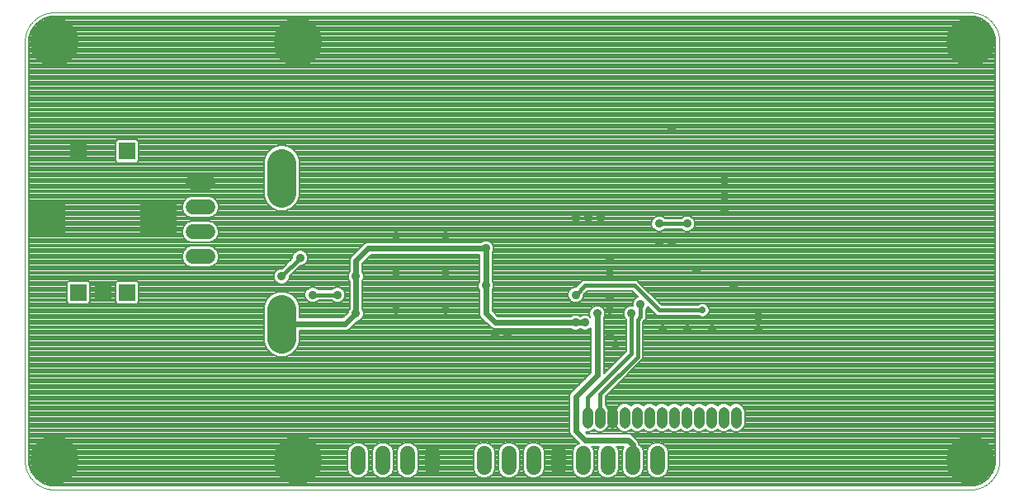
<source format=gbl>
G75*
%MOIN*%
%OFA0B0*%
%FSLAX25Y25*%
%IPPOS*%
%LPD*%
%AMOC8*
5,1,8,0,0,1.08239X$1,22.5*
%
%ADD10C,0.00394*%
%ADD11C,0.04362*%
%ADD12C,0.11811*%
%ADD13R,0.06693X0.06693*%
%ADD14R,0.14961X0.14961*%
%ADD15C,0.05937*%
%ADD16C,0.00787*%
%ADD17C,0.19685*%
%ADD18C,0.03562*%
%ADD19C,0.02400*%
%ADD20C,0.01600*%
%ADD21C,0.02775*%
D10*
X0027595Y0013833D02*
X0027595Y0183125D01*
X0027598Y0183410D01*
X0027609Y0183696D01*
X0027626Y0183981D01*
X0027650Y0184265D01*
X0027681Y0184549D01*
X0027719Y0184832D01*
X0027764Y0185113D01*
X0027815Y0185394D01*
X0027873Y0185674D01*
X0027938Y0185952D01*
X0028010Y0186228D01*
X0028088Y0186502D01*
X0028173Y0186775D01*
X0028265Y0187045D01*
X0028363Y0187313D01*
X0028467Y0187579D01*
X0028578Y0187842D01*
X0028695Y0188102D01*
X0028818Y0188360D01*
X0028948Y0188614D01*
X0029084Y0188865D01*
X0029225Y0189113D01*
X0029373Y0189357D01*
X0029526Y0189598D01*
X0029686Y0189834D01*
X0029851Y0190067D01*
X0030021Y0190296D01*
X0030197Y0190521D01*
X0030379Y0190741D01*
X0030565Y0190957D01*
X0030757Y0191168D01*
X0030954Y0191375D01*
X0031156Y0191577D01*
X0031363Y0191774D01*
X0031574Y0191966D01*
X0031790Y0192152D01*
X0032010Y0192334D01*
X0032235Y0192510D01*
X0032464Y0192680D01*
X0032697Y0192845D01*
X0032933Y0193005D01*
X0033174Y0193158D01*
X0033418Y0193306D01*
X0033666Y0193447D01*
X0033917Y0193583D01*
X0034171Y0193713D01*
X0034429Y0193836D01*
X0034689Y0193953D01*
X0034952Y0194064D01*
X0035218Y0194168D01*
X0035486Y0194266D01*
X0035756Y0194358D01*
X0036029Y0194443D01*
X0036303Y0194521D01*
X0036579Y0194593D01*
X0036857Y0194658D01*
X0037137Y0194716D01*
X0037418Y0194767D01*
X0037699Y0194812D01*
X0037982Y0194850D01*
X0038266Y0194881D01*
X0038550Y0194905D01*
X0038835Y0194922D01*
X0039121Y0194933D01*
X0039406Y0194936D01*
X0409485Y0194936D01*
X0409770Y0194933D01*
X0410056Y0194922D01*
X0410341Y0194905D01*
X0410625Y0194881D01*
X0410909Y0194850D01*
X0411192Y0194812D01*
X0411473Y0194767D01*
X0411754Y0194716D01*
X0412034Y0194658D01*
X0412312Y0194593D01*
X0412588Y0194521D01*
X0412862Y0194443D01*
X0413135Y0194358D01*
X0413405Y0194266D01*
X0413673Y0194168D01*
X0413939Y0194064D01*
X0414202Y0193953D01*
X0414462Y0193836D01*
X0414720Y0193713D01*
X0414974Y0193583D01*
X0415225Y0193447D01*
X0415473Y0193306D01*
X0415717Y0193158D01*
X0415958Y0193005D01*
X0416194Y0192845D01*
X0416427Y0192680D01*
X0416656Y0192510D01*
X0416881Y0192334D01*
X0417101Y0192152D01*
X0417317Y0191966D01*
X0417528Y0191774D01*
X0417735Y0191577D01*
X0417937Y0191375D01*
X0418134Y0191168D01*
X0418326Y0190957D01*
X0418512Y0190741D01*
X0418694Y0190521D01*
X0418870Y0190296D01*
X0419040Y0190067D01*
X0419205Y0189834D01*
X0419365Y0189598D01*
X0419518Y0189357D01*
X0419666Y0189113D01*
X0419807Y0188865D01*
X0419943Y0188614D01*
X0420073Y0188360D01*
X0420196Y0188102D01*
X0420313Y0187842D01*
X0420424Y0187579D01*
X0420528Y0187313D01*
X0420626Y0187045D01*
X0420718Y0186775D01*
X0420803Y0186502D01*
X0420881Y0186228D01*
X0420953Y0185952D01*
X0421018Y0185674D01*
X0421076Y0185394D01*
X0421127Y0185113D01*
X0421172Y0184832D01*
X0421210Y0184549D01*
X0421241Y0184265D01*
X0421265Y0183981D01*
X0421282Y0183696D01*
X0421293Y0183410D01*
X0421296Y0183125D01*
X0421296Y0013833D01*
X0421293Y0013548D01*
X0421282Y0013262D01*
X0421265Y0012977D01*
X0421241Y0012693D01*
X0421210Y0012409D01*
X0421172Y0012126D01*
X0421127Y0011845D01*
X0421076Y0011564D01*
X0421018Y0011284D01*
X0420953Y0011006D01*
X0420881Y0010730D01*
X0420803Y0010456D01*
X0420718Y0010183D01*
X0420626Y0009913D01*
X0420528Y0009645D01*
X0420424Y0009379D01*
X0420313Y0009116D01*
X0420196Y0008856D01*
X0420073Y0008598D01*
X0419943Y0008344D01*
X0419807Y0008093D01*
X0419666Y0007845D01*
X0419518Y0007601D01*
X0419365Y0007360D01*
X0419205Y0007124D01*
X0419040Y0006891D01*
X0418870Y0006662D01*
X0418694Y0006437D01*
X0418512Y0006217D01*
X0418326Y0006001D01*
X0418134Y0005790D01*
X0417937Y0005583D01*
X0417735Y0005381D01*
X0417528Y0005184D01*
X0417317Y0004992D01*
X0417101Y0004806D01*
X0416881Y0004624D01*
X0416656Y0004448D01*
X0416427Y0004278D01*
X0416194Y0004113D01*
X0415958Y0003953D01*
X0415717Y0003800D01*
X0415473Y0003652D01*
X0415225Y0003511D01*
X0414974Y0003375D01*
X0414720Y0003245D01*
X0414462Y0003122D01*
X0414202Y0003005D01*
X0413939Y0002894D01*
X0413673Y0002790D01*
X0413405Y0002692D01*
X0413135Y0002600D01*
X0412862Y0002515D01*
X0412588Y0002437D01*
X0412312Y0002365D01*
X0412034Y0002300D01*
X0411754Y0002242D01*
X0411473Y0002191D01*
X0411192Y0002146D01*
X0410909Y0002108D01*
X0410625Y0002077D01*
X0410341Y0002053D01*
X0410056Y0002036D01*
X0409770Y0002025D01*
X0409485Y0002022D01*
X0039406Y0002022D01*
X0039121Y0002025D01*
X0038835Y0002036D01*
X0038550Y0002053D01*
X0038266Y0002077D01*
X0037982Y0002108D01*
X0037699Y0002146D01*
X0037418Y0002191D01*
X0037137Y0002242D01*
X0036857Y0002300D01*
X0036579Y0002365D01*
X0036303Y0002437D01*
X0036029Y0002515D01*
X0035756Y0002600D01*
X0035486Y0002692D01*
X0035218Y0002790D01*
X0034952Y0002894D01*
X0034689Y0003005D01*
X0034429Y0003122D01*
X0034171Y0003245D01*
X0033917Y0003375D01*
X0033666Y0003511D01*
X0033418Y0003652D01*
X0033174Y0003800D01*
X0032933Y0003953D01*
X0032697Y0004113D01*
X0032464Y0004278D01*
X0032235Y0004448D01*
X0032010Y0004624D01*
X0031790Y0004806D01*
X0031574Y0004992D01*
X0031363Y0005184D01*
X0031156Y0005381D01*
X0030954Y0005583D01*
X0030757Y0005790D01*
X0030565Y0006001D01*
X0030379Y0006217D01*
X0030197Y0006437D01*
X0030021Y0006662D01*
X0029851Y0006891D01*
X0029686Y0007124D01*
X0029526Y0007360D01*
X0029373Y0007601D01*
X0029225Y0007845D01*
X0029084Y0008093D01*
X0028948Y0008344D01*
X0028818Y0008598D01*
X0028695Y0008856D01*
X0028578Y0009116D01*
X0028467Y0009379D01*
X0028363Y0009645D01*
X0028265Y0009913D01*
X0028173Y0010183D01*
X0028088Y0010456D01*
X0028010Y0010730D01*
X0027938Y0011006D01*
X0027873Y0011284D01*
X0027815Y0011564D01*
X0027764Y0011845D01*
X0027719Y0012126D01*
X0027681Y0012409D01*
X0027650Y0012693D01*
X0027626Y0012977D01*
X0027609Y0013262D01*
X0027598Y0013548D01*
X0027595Y0013833D01*
D11*
X0254879Y0028975D02*
X0254879Y0033337D01*
X0259879Y0033337D02*
X0259879Y0028975D01*
X0264879Y0028975D02*
X0264879Y0033337D01*
X0269879Y0033337D02*
X0269879Y0028975D01*
X0274879Y0028975D02*
X0274879Y0033337D01*
X0279879Y0033337D02*
X0279879Y0028975D01*
X0284879Y0028975D02*
X0284879Y0033337D01*
X0289879Y0033337D02*
X0289879Y0028975D01*
X0294879Y0028975D02*
X0294879Y0033337D01*
X0299879Y0033337D02*
X0299879Y0028975D01*
X0304879Y0028975D02*
X0304879Y0033337D01*
X0309879Y0033337D02*
X0309879Y0028975D01*
X0314879Y0028975D02*
X0314879Y0033337D01*
D12*
X0131335Y0063046D02*
X0131335Y0074857D01*
X0131335Y0122101D02*
X0131335Y0133912D01*
D13*
X0068934Y0138833D03*
X0049249Y0138833D03*
X0049249Y0081747D03*
X0059091Y0081747D03*
X0068934Y0081747D03*
D14*
X0081532Y0111274D03*
X0036650Y0111274D03*
D15*
X0095493Y0106274D02*
X0101430Y0106274D01*
X0101430Y0096274D02*
X0095493Y0096274D01*
X0095493Y0116274D02*
X0101430Y0116274D01*
X0101430Y0126274D02*
X0095493Y0126274D01*
X0162201Y0016802D02*
X0162201Y0010865D01*
X0172201Y0010865D02*
X0172201Y0016802D01*
X0182201Y0016802D02*
X0182201Y0010865D01*
X0192201Y0010865D02*
X0192201Y0016802D01*
X0213068Y0016802D02*
X0213068Y0010865D01*
X0223068Y0010865D02*
X0223068Y0016802D01*
X0233068Y0016802D02*
X0233068Y0010865D01*
X0243068Y0010865D02*
X0243068Y0016802D01*
X0253068Y0016802D02*
X0253068Y0010865D01*
X0263068Y0010865D02*
X0263068Y0016802D01*
X0273068Y0016802D02*
X0273068Y0010865D01*
X0283068Y0010865D02*
X0283068Y0016802D01*
D16*
X0287058Y0018526D02*
X0419705Y0018526D01*
X0419705Y0017741D02*
X0287383Y0017741D01*
X0287414Y0017666D02*
X0286752Y0019264D01*
X0285530Y0020487D01*
X0283932Y0021148D01*
X0282203Y0021148D01*
X0280606Y0020487D01*
X0279383Y0019264D01*
X0278721Y0017666D01*
X0278721Y0010000D01*
X0279383Y0008403D01*
X0280606Y0007180D01*
X0282203Y0006518D01*
X0283932Y0006518D01*
X0285530Y0007180D01*
X0286752Y0008403D01*
X0287414Y0010000D01*
X0287414Y0017666D01*
X0287414Y0016955D02*
X0419705Y0016955D01*
X0419705Y0016169D02*
X0287414Y0016169D01*
X0287414Y0015383D02*
X0419705Y0015383D01*
X0419705Y0014597D02*
X0287414Y0014597D01*
X0287414Y0013811D02*
X0419704Y0013811D01*
X0419705Y0013833D02*
X0419580Y0012234D01*
X0418591Y0009193D01*
X0416712Y0006606D01*
X0414125Y0004727D01*
X0411084Y0003739D01*
X0409485Y0003613D01*
X0039406Y0003613D01*
X0037807Y0003739D01*
X0034766Y0004727D01*
X0032179Y0006606D01*
X0030300Y0009193D01*
X0029312Y0012234D01*
X0029186Y0013833D01*
X0029186Y0183125D01*
X0029312Y0184723D01*
X0030300Y0187765D01*
X0032179Y0190352D01*
X0034766Y0192231D01*
X0037807Y0193219D01*
X0039406Y0193345D01*
X0409485Y0193345D01*
X0411084Y0193219D01*
X0414125Y0192231D01*
X0416712Y0190352D01*
X0418591Y0187765D01*
X0419580Y0184723D01*
X0419705Y0183125D01*
X0419705Y0013833D01*
X0419642Y0013025D02*
X0287414Y0013025D01*
X0287414Y0012239D02*
X0419580Y0012239D01*
X0419326Y0011453D02*
X0287414Y0011453D01*
X0287414Y0010667D02*
X0419070Y0010667D01*
X0418815Y0009881D02*
X0287365Y0009881D01*
X0287039Y0009096D02*
X0418520Y0009096D01*
X0417949Y0008310D02*
X0286659Y0008310D01*
X0285873Y0007524D02*
X0417378Y0007524D01*
X0416807Y0006738D02*
X0284462Y0006738D01*
X0281673Y0006738D02*
X0274462Y0006738D01*
X0273932Y0006518D02*
X0275530Y0007180D01*
X0276752Y0008403D01*
X0277414Y0010000D01*
X0277414Y0017666D01*
X0276752Y0019264D01*
X0275646Y0020371D01*
X0275646Y0020813D01*
X0275253Y0021760D01*
X0273531Y0023483D01*
X0272805Y0024208D01*
X0271858Y0024600D01*
X0254913Y0024600D01*
X0254045Y0025468D01*
X0254171Y0025416D01*
X0255587Y0025416D01*
X0256895Y0025958D01*
X0257379Y0026442D01*
X0257863Y0025958D01*
X0259171Y0025416D01*
X0260587Y0025416D01*
X0261895Y0025958D01*
X0262896Y0026959D01*
X0263438Y0028267D01*
X0263438Y0034045D01*
X0262896Y0035353D01*
X0262057Y0036193D01*
X0262057Y0039654D01*
X0277273Y0054870D01*
X0277273Y0069870D01*
X0278523Y0071120D01*
X0278523Y0074733D01*
X0279023Y0075233D01*
X0279325Y0075962D01*
X0282943Y0072344D01*
X0299612Y0072344D01*
X0299779Y0072178D01*
X0300795Y0071757D01*
X0301895Y0071757D01*
X0302912Y0072178D01*
X0303689Y0072956D01*
X0304110Y0073972D01*
X0304110Y0075072D01*
X0303689Y0076089D01*
X0302912Y0076867D01*
X0301895Y0077288D01*
X0300795Y0077288D01*
X0299779Y0076867D01*
X0299612Y0076700D01*
X0284747Y0076700D01*
X0276023Y0085424D01*
X0274747Y0086700D01*
X0252943Y0086700D01*
X0250174Y0083931D01*
X0249467Y0083931D01*
X0248306Y0083450D01*
X0247417Y0082562D01*
X0246936Y0081401D01*
X0246936Y0080144D01*
X0247417Y0078983D01*
X0248306Y0078094D01*
X0249467Y0077613D01*
X0250724Y0077613D01*
X0251885Y0078094D01*
X0252773Y0078983D01*
X0253254Y0080144D01*
X0253254Y0080851D01*
X0254747Y0082344D01*
X0272943Y0082344D01*
X0275285Y0080002D01*
X0274556Y0079700D01*
X0273667Y0078812D01*
X0273186Y0077651D01*
X0273186Y0076431D01*
X0271967Y0076431D01*
X0270806Y0075950D01*
X0269917Y0075062D01*
X0269436Y0073901D01*
X0269436Y0072644D01*
X0269917Y0071483D01*
X0270417Y0070983D01*
X0270417Y0057924D01*
X0261423Y0048930D01*
X0261423Y0071383D01*
X0261523Y0071483D01*
X0262004Y0072644D01*
X0262004Y0073901D01*
X0261523Y0075062D01*
X0260635Y0075950D01*
X0259474Y0076431D01*
X0258217Y0076431D01*
X0257056Y0075950D01*
X0256167Y0075062D01*
X0255686Y0073901D01*
X0255686Y0072644D01*
X0256036Y0071799D01*
X0255635Y0072200D01*
X0254474Y0072681D01*
X0253217Y0072681D01*
X0252056Y0072200D01*
X0251970Y0072115D01*
X0251885Y0072200D01*
X0250724Y0072681D01*
X0249467Y0072681D01*
X0248306Y0072200D01*
X0248205Y0072100D01*
X0218663Y0072100D01*
X0216423Y0074340D01*
X0216423Y0082633D01*
X0216523Y0082733D01*
X0217004Y0083894D01*
X0217004Y0085151D01*
X0216523Y0086312D01*
X0216423Y0086412D01*
X0216423Y0097633D01*
X0216523Y0097733D01*
X0217004Y0098894D01*
X0217004Y0100151D01*
X0216523Y0101312D01*
X0215635Y0102200D01*
X0214474Y0102681D01*
X0213217Y0102681D01*
X0212056Y0102200D01*
X0211955Y0102100D01*
X0165832Y0102100D01*
X0164885Y0101708D01*
X0164160Y0100983D01*
X0159160Y0095983D01*
X0158767Y0095035D01*
X0158767Y0090162D01*
X0158667Y0090062D01*
X0158186Y0088901D01*
X0158186Y0087644D01*
X0158667Y0086483D01*
X0158767Y0086383D01*
X0158767Y0075162D01*
X0158667Y0075062D01*
X0158186Y0073901D01*
X0158186Y0073759D01*
X0155956Y0071529D01*
X0138619Y0071529D01*
X0138619Y0076306D01*
X0137510Y0078983D01*
X0135461Y0081032D01*
X0132784Y0082140D01*
X0129887Y0082140D01*
X0127210Y0081032D01*
X0125161Y0078983D01*
X0124052Y0076306D01*
X0124052Y0061597D01*
X0125161Y0058920D01*
X0127210Y0056871D01*
X0129887Y0055762D01*
X0132784Y0055762D01*
X0135461Y0056871D01*
X0137510Y0058920D01*
X0138619Y0061597D01*
X0138619Y0066373D01*
X0157537Y0066373D01*
X0158485Y0066766D01*
X0161832Y0070113D01*
X0161974Y0070113D01*
X0163135Y0070594D01*
X0164023Y0071483D01*
X0164504Y0072644D01*
X0164504Y0073901D01*
X0164023Y0075062D01*
X0163923Y0075162D01*
X0163923Y0086383D01*
X0164023Y0086483D01*
X0164504Y0087644D01*
X0164504Y0088901D01*
X0164023Y0090062D01*
X0163923Y0090162D01*
X0163923Y0093454D01*
X0167413Y0096944D01*
X0211267Y0096944D01*
X0211267Y0086412D01*
X0211167Y0086312D01*
X0210686Y0085151D01*
X0210686Y0083894D01*
X0211167Y0082733D01*
X0211267Y0082633D01*
X0211267Y0072760D01*
X0211660Y0071812D01*
X0215410Y0068062D01*
X0216135Y0067337D01*
X0217082Y0066944D01*
X0248205Y0066944D01*
X0248306Y0066844D01*
X0249467Y0066363D01*
X0250724Y0066363D01*
X0251885Y0066844D01*
X0251970Y0066930D01*
X0252056Y0066844D01*
X0253217Y0066363D01*
X0254474Y0066363D01*
X0255635Y0066844D01*
X0256267Y0067477D01*
X0256267Y0049340D01*
X0247910Y0040983D01*
X0247517Y0040035D01*
X0247517Y0025260D01*
X0247910Y0024312D01*
X0248635Y0023587D01*
X0251404Y0020817D01*
X0250606Y0020487D01*
X0249383Y0019264D01*
X0248721Y0017666D01*
X0248721Y0010000D01*
X0249383Y0008403D01*
X0250606Y0007180D01*
X0252203Y0006518D01*
X0253932Y0006518D01*
X0255530Y0007180D01*
X0256752Y0008403D01*
X0257414Y0010000D01*
X0257414Y0017666D01*
X0256752Y0019264D01*
X0256572Y0019444D01*
X0259563Y0019444D01*
X0259383Y0019264D01*
X0258721Y0017666D01*
X0258721Y0010000D01*
X0259383Y0008403D01*
X0260606Y0007180D01*
X0262203Y0006518D01*
X0263932Y0006518D01*
X0265530Y0007180D01*
X0266752Y0008403D01*
X0267414Y0010000D01*
X0267414Y0017666D01*
X0266752Y0019264D01*
X0266572Y0019444D01*
X0269563Y0019444D01*
X0269383Y0019264D01*
X0268721Y0017666D01*
X0268721Y0010000D01*
X0269383Y0008403D01*
X0270606Y0007180D01*
X0272203Y0006518D01*
X0273932Y0006518D01*
X0275873Y0007524D02*
X0280262Y0007524D01*
X0279476Y0008310D02*
X0276659Y0008310D01*
X0277039Y0009096D02*
X0279096Y0009096D01*
X0278770Y0009881D02*
X0277365Y0009881D01*
X0277414Y0010667D02*
X0278721Y0010667D01*
X0278721Y0011453D02*
X0277414Y0011453D01*
X0277414Y0012239D02*
X0278721Y0012239D01*
X0278721Y0013025D02*
X0277414Y0013025D01*
X0277414Y0013811D02*
X0278721Y0013811D01*
X0278721Y0014597D02*
X0277414Y0014597D01*
X0277414Y0015383D02*
X0278721Y0015383D01*
X0278721Y0016169D02*
X0277414Y0016169D01*
X0277414Y0016955D02*
X0278721Y0016955D01*
X0278752Y0017741D02*
X0277383Y0017741D01*
X0277058Y0018526D02*
X0279077Y0018526D01*
X0279431Y0019312D02*
X0276704Y0019312D01*
X0275918Y0020098D02*
X0280217Y0020098D01*
X0281566Y0020884D02*
X0275616Y0020884D01*
X0275290Y0021670D02*
X0419705Y0021670D01*
X0419705Y0020884D02*
X0284570Y0020884D01*
X0285918Y0020098D02*
X0419705Y0020098D01*
X0419705Y0019312D02*
X0286704Y0019312D01*
X0285587Y0025416D02*
X0284171Y0025416D01*
X0282863Y0025958D01*
X0282379Y0026442D01*
X0281895Y0025958D01*
X0280587Y0025416D01*
X0279171Y0025416D01*
X0277863Y0025958D01*
X0277379Y0026442D01*
X0276895Y0025958D01*
X0275587Y0025416D01*
X0274171Y0025416D01*
X0272863Y0025958D01*
X0272379Y0026442D01*
X0271895Y0025958D01*
X0270587Y0025416D01*
X0269171Y0025416D01*
X0267863Y0025958D01*
X0266861Y0026959D01*
X0266320Y0028267D01*
X0266320Y0034045D01*
X0266861Y0035353D01*
X0267863Y0036354D01*
X0269171Y0036896D01*
X0270587Y0036896D01*
X0271895Y0036354D01*
X0272379Y0035871D01*
X0272863Y0036354D01*
X0274171Y0036896D01*
X0275587Y0036896D01*
X0276895Y0036354D01*
X0277379Y0035871D01*
X0277863Y0036354D01*
X0279171Y0036896D01*
X0280587Y0036896D01*
X0281895Y0036354D01*
X0282379Y0035871D01*
X0282863Y0036354D01*
X0284171Y0036896D01*
X0285587Y0036896D01*
X0286895Y0036354D01*
X0287379Y0035871D01*
X0287863Y0036354D01*
X0289171Y0036896D01*
X0290587Y0036896D01*
X0291895Y0036354D01*
X0292379Y0035871D01*
X0292863Y0036354D01*
X0294171Y0036896D01*
X0295587Y0036896D01*
X0296895Y0036354D01*
X0297379Y0035871D01*
X0297863Y0036354D01*
X0299171Y0036896D01*
X0300587Y0036896D01*
X0301895Y0036354D01*
X0302379Y0035871D01*
X0302863Y0036354D01*
X0304171Y0036896D01*
X0305587Y0036896D01*
X0306895Y0036354D01*
X0307379Y0035871D01*
X0307863Y0036354D01*
X0309171Y0036896D01*
X0310587Y0036896D01*
X0311895Y0036354D01*
X0312379Y0035871D01*
X0312863Y0036354D01*
X0314171Y0036896D01*
X0315587Y0036896D01*
X0316895Y0036354D01*
X0317896Y0035353D01*
X0318438Y0034045D01*
X0318438Y0028267D01*
X0317896Y0026959D01*
X0316895Y0025958D01*
X0315587Y0025416D01*
X0314171Y0025416D01*
X0312863Y0025958D01*
X0312379Y0026442D01*
X0311895Y0025958D01*
X0310587Y0025416D01*
X0309171Y0025416D01*
X0307863Y0025958D01*
X0307379Y0026442D01*
X0306895Y0025958D01*
X0305587Y0025416D01*
X0304171Y0025416D01*
X0302863Y0025958D01*
X0302379Y0026442D01*
X0301895Y0025958D01*
X0300587Y0025416D01*
X0299171Y0025416D01*
X0297863Y0025958D01*
X0297379Y0026442D01*
X0296895Y0025958D01*
X0295587Y0025416D01*
X0294171Y0025416D01*
X0292863Y0025958D01*
X0292379Y0026442D01*
X0291895Y0025958D01*
X0290587Y0025416D01*
X0289171Y0025416D01*
X0287863Y0025958D01*
X0287379Y0026442D01*
X0286895Y0025958D01*
X0285587Y0025416D01*
X0286030Y0025600D02*
X0288727Y0025600D01*
X0287435Y0026386D02*
X0287322Y0026386D01*
X0283727Y0025600D02*
X0281030Y0025600D01*
X0282322Y0026386D02*
X0282435Y0026386D01*
X0278727Y0025600D02*
X0276030Y0025600D01*
X0277322Y0026386D02*
X0277435Y0026386D01*
X0273727Y0025600D02*
X0271030Y0025600D01*
X0272322Y0026386D02*
X0272435Y0026386D01*
X0272985Y0024028D02*
X0419705Y0024028D01*
X0419705Y0024814D02*
X0254699Y0024814D01*
X0256030Y0025600D02*
X0258727Y0025600D01*
X0257435Y0026386D02*
X0257322Y0026386D01*
X0261030Y0025600D02*
X0268727Y0025600D01*
X0267435Y0026386D02*
X0262322Y0026386D01*
X0262984Y0027172D02*
X0266773Y0027172D01*
X0266448Y0027957D02*
X0263309Y0027957D01*
X0263438Y0028743D02*
X0266320Y0028743D01*
X0266320Y0029529D02*
X0263438Y0029529D01*
X0263438Y0030315D02*
X0266320Y0030315D01*
X0266320Y0031101D02*
X0263438Y0031101D01*
X0263438Y0031887D02*
X0266320Y0031887D01*
X0266320Y0032673D02*
X0263438Y0032673D01*
X0263438Y0033459D02*
X0266320Y0033459D01*
X0266402Y0034245D02*
X0263355Y0034245D01*
X0263029Y0035031D02*
X0266728Y0035031D01*
X0267325Y0035817D02*
X0262433Y0035817D01*
X0262057Y0036602D02*
X0268461Y0036602D01*
X0271296Y0036602D02*
X0273461Y0036602D01*
X0276296Y0036602D02*
X0278461Y0036602D01*
X0281296Y0036602D02*
X0283461Y0036602D01*
X0286296Y0036602D02*
X0288461Y0036602D01*
X0291296Y0036602D02*
X0293461Y0036602D01*
X0296296Y0036602D02*
X0298461Y0036602D01*
X0301296Y0036602D02*
X0303461Y0036602D01*
X0306296Y0036602D02*
X0308461Y0036602D01*
X0311296Y0036602D02*
X0313461Y0036602D01*
X0316296Y0036602D02*
X0419705Y0036602D01*
X0419705Y0035817D02*
X0317433Y0035817D01*
X0318029Y0035031D02*
X0419705Y0035031D01*
X0419705Y0034245D02*
X0318355Y0034245D01*
X0318438Y0033459D02*
X0419705Y0033459D01*
X0419705Y0032673D02*
X0318438Y0032673D01*
X0318438Y0031887D02*
X0419705Y0031887D01*
X0419705Y0031101D02*
X0318438Y0031101D01*
X0318438Y0030315D02*
X0419705Y0030315D01*
X0419705Y0029529D02*
X0318438Y0029529D01*
X0318438Y0028743D02*
X0419705Y0028743D01*
X0419705Y0027957D02*
X0318309Y0027957D01*
X0317984Y0027172D02*
X0419705Y0027172D01*
X0419705Y0026386D02*
X0317322Y0026386D01*
X0316030Y0025600D02*
X0419705Y0025600D01*
X0419705Y0023242D02*
X0273771Y0023242D01*
X0274557Y0022456D02*
X0419705Y0022456D01*
X0419705Y0037388D02*
X0262057Y0037388D01*
X0262057Y0038174D02*
X0419705Y0038174D01*
X0419705Y0038960D02*
X0262057Y0038960D01*
X0262149Y0039746D02*
X0419705Y0039746D01*
X0419705Y0040532D02*
X0262935Y0040532D01*
X0263721Y0041318D02*
X0419705Y0041318D01*
X0419705Y0042104D02*
X0264507Y0042104D01*
X0265293Y0042890D02*
X0419705Y0042890D01*
X0419705Y0043676D02*
X0266079Y0043676D01*
X0266865Y0044462D02*
X0419705Y0044462D01*
X0419705Y0045248D02*
X0267650Y0045248D01*
X0268436Y0046033D02*
X0419705Y0046033D01*
X0419705Y0046819D02*
X0269222Y0046819D01*
X0270008Y0047605D02*
X0419705Y0047605D01*
X0419705Y0048391D02*
X0270794Y0048391D01*
X0271580Y0049177D02*
X0419705Y0049177D01*
X0419705Y0049963D02*
X0272366Y0049963D01*
X0273152Y0050749D02*
X0419705Y0050749D01*
X0419705Y0051535D02*
X0273938Y0051535D01*
X0274724Y0052321D02*
X0419705Y0052321D01*
X0419705Y0053107D02*
X0275510Y0053107D01*
X0276295Y0053893D02*
X0419705Y0053893D01*
X0419705Y0054678D02*
X0277081Y0054678D01*
X0277273Y0055464D02*
X0419705Y0055464D01*
X0419705Y0056250D02*
X0277273Y0056250D01*
X0277273Y0057036D02*
X0419705Y0057036D01*
X0419705Y0057822D02*
X0277273Y0057822D01*
X0277273Y0058608D02*
X0419705Y0058608D01*
X0419705Y0059394D02*
X0277273Y0059394D01*
X0277273Y0060180D02*
X0419705Y0060180D01*
X0419705Y0060966D02*
X0277273Y0060966D01*
X0277273Y0061752D02*
X0419705Y0061752D01*
X0419705Y0062538D02*
X0277273Y0062538D01*
X0277273Y0063324D02*
X0419705Y0063324D01*
X0419705Y0064109D02*
X0277273Y0064109D01*
X0277273Y0064895D02*
X0419705Y0064895D01*
X0419705Y0065681D02*
X0277273Y0065681D01*
X0277273Y0066467D02*
X0419705Y0066467D01*
X0419705Y0067253D02*
X0277273Y0067253D01*
X0277273Y0068039D02*
X0419705Y0068039D01*
X0419705Y0068825D02*
X0277273Y0068825D01*
X0277273Y0069611D02*
X0419705Y0069611D01*
X0419705Y0070397D02*
X0277800Y0070397D01*
X0278523Y0071183D02*
X0419705Y0071183D01*
X0419705Y0071969D02*
X0302406Y0071969D01*
X0303488Y0072754D02*
X0419705Y0072754D01*
X0419705Y0073540D02*
X0303932Y0073540D01*
X0304110Y0074326D02*
X0419705Y0074326D01*
X0419705Y0075112D02*
X0304094Y0075112D01*
X0303768Y0075898D02*
X0419705Y0075898D01*
X0419705Y0076684D02*
X0303094Y0076684D01*
X0300284Y0071969D02*
X0278523Y0071969D01*
X0278523Y0072754D02*
X0282533Y0072754D01*
X0281747Y0073540D02*
X0278523Y0073540D01*
X0278523Y0074326D02*
X0280961Y0074326D01*
X0280175Y0075112D02*
X0278903Y0075112D01*
X0279299Y0075898D02*
X0279389Y0075898D01*
X0282406Y0079042D02*
X0419705Y0079042D01*
X0419705Y0079828D02*
X0281620Y0079828D01*
X0280834Y0080614D02*
X0419705Y0080614D01*
X0419705Y0081400D02*
X0280048Y0081400D01*
X0279262Y0082185D02*
X0419705Y0082185D01*
X0419705Y0082971D02*
X0278476Y0082971D01*
X0277690Y0083757D02*
X0419705Y0083757D01*
X0419705Y0084543D02*
X0276904Y0084543D01*
X0276118Y0085329D02*
X0419705Y0085329D01*
X0419705Y0086115D02*
X0275333Y0086115D01*
X0273102Y0082185D02*
X0254588Y0082185D01*
X0253802Y0081400D02*
X0273888Y0081400D01*
X0274674Y0080614D02*
X0253254Y0080614D01*
X0253123Y0079828D02*
X0274863Y0079828D01*
X0273897Y0079042D02*
X0252798Y0079042D01*
X0252046Y0078256D02*
X0273437Y0078256D01*
X0273186Y0077470D02*
X0216423Y0077470D01*
X0216423Y0078256D02*
X0248144Y0078256D01*
X0247393Y0079042D02*
X0216423Y0079042D01*
X0216423Y0079828D02*
X0247067Y0079828D01*
X0246936Y0080614D02*
X0216423Y0080614D01*
X0216423Y0081400D02*
X0246936Y0081400D01*
X0247261Y0082185D02*
X0216423Y0082185D01*
X0216622Y0082971D02*
X0247827Y0082971D01*
X0249046Y0083757D02*
X0216948Y0083757D01*
X0217004Y0084543D02*
X0250786Y0084543D01*
X0251572Y0085329D02*
X0216930Y0085329D01*
X0216605Y0086115D02*
X0252358Y0086115D01*
X0257003Y0075898D02*
X0216423Y0075898D01*
X0216423Y0075112D02*
X0256217Y0075112D01*
X0255862Y0074326D02*
X0216437Y0074326D01*
X0217223Y0073540D02*
X0255686Y0073540D01*
X0255686Y0072754D02*
X0218009Y0072754D01*
X0213861Y0069611D02*
X0161329Y0069611D01*
X0160544Y0068825D02*
X0214647Y0068825D01*
X0215433Y0068039D02*
X0159758Y0068039D01*
X0158972Y0067253D02*
X0216337Y0067253D01*
X0213075Y0070397D02*
X0162658Y0070397D01*
X0163723Y0071183D02*
X0212289Y0071183D01*
X0211595Y0071969D02*
X0164224Y0071969D01*
X0164504Y0072754D02*
X0211269Y0072754D01*
X0211267Y0073540D02*
X0164504Y0073540D01*
X0164328Y0074326D02*
X0211267Y0074326D01*
X0211267Y0075112D02*
X0163973Y0075112D01*
X0163923Y0075898D02*
X0211267Y0075898D01*
X0211267Y0076684D02*
X0163923Y0076684D01*
X0163923Y0077470D02*
X0211267Y0077470D01*
X0211267Y0078256D02*
X0163923Y0078256D01*
X0163923Y0079042D02*
X0211267Y0079042D01*
X0211267Y0079828D02*
X0163923Y0079828D01*
X0163923Y0080614D02*
X0211267Y0080614D01*
X0211267Y0081400D02*
X0163923Y0081400D01*
X0163923Y0082185D02*
X0211267Y0082185D01*
X0211068Y0082971D02*
X0163923Y0082971D01*
X0163923Y0083757D02*
X0210743Y0083757D01*
X0210686Y0084543D02*
X0163923Y0084543D01*
X0163923Y0085329D02*
X0210760Y0085329D01*
X0211086Y0086115D02*
X0163923Y0086115D01*
X0164196Y0086901D02*
X0211267Y0086901D01*
X0211267Y0087687D02*
X0164504Y0087687D01*
X0164504Y0088473D02*
X0211267Y0088473D01*
X0211267Y0089259D02*
X0164356Y0089259D01*
X0164030Y0090045D02*
X0211267Y0090045D01*
X0211267Y0090830D02*
X0163923Y0090830D01*
X0163923Y0091616D02*
X0211267Y0091616D01*
X0211267Y0092402D02*
X0163923Y0092402D01*
X0163923Y0093188D02*
X0211267Y0093188D01*
X0211267Y0093974D02*
X0164443Y0093974D01*
X0165229Y0094760D02*
X0211267Y0094760D01*
X0211267Y0095546D02*
X0166015Y0095546D01*
X0166800Y0096332D02*
X0211267Y0096332D01*
X0216423Y0096332D02*
X0419705Y0096332D01*
X0419705Y0097118D02*
X0216423Y0097118D01*
X0216594Y0097904D02*
X0419705Y0097904D01*
X0419705Y0098690D02*
X0216920Y0098690D01*
X0217004Y0099476D02*
X0419705Y0099476D01*
X0419705Y0100261D02*
X0216958Y0100261D01*
X0216633Y0101047D02*
X0419705Y0101047D01*
X0419705Y0101833D02*
X0216002Y0101833D01*
X0214624Y0102619D02*
X0419705Y0102619D01*
X0419705Y0103405D02*
X0104707Y0103405D01*
X0105115Y0103812D02*
X0105776Y0105410D01*
X0105776Y0107139D01*
X0105115Y0108736D01*
X0103892Y0109959D01*
X0102294Y0110621D01*
X0094628Y0110621D01*
X0093031Y0109959D01*
X0091808Y0108736D01*
X0091146Y0107139D01*
X0091146Y0105410D01*
X0091808Y0103812D01*
X0093031Y0102590D01*
X0094628Y0101928D01*
X0102294Y0101928D01*
X0103892Y0102590D01*
X0105115Y0103812D01*
X0105271Y0104191D02*
X0419705Y0104191D01*
X0419705Y0104977D02*
X0105597Y0104977D01*
X0105776Y0105763D02*
X0419705Y0105763D01*
X0419705Y0106549D02*
X0296171Y0106549D01*
X0295724Y0106363D02*
X0296885Y0106844D01*
X0297773Y0107733D01*
X0298254Y0108894D01*
X0298254Y0110151D01*
X0297773Y0111312D01*
X0296885Y0112200D01*
X0295724Y0112681D01*
X0294467Y0112681D01*
X0293306Y0112200D01*
X0292806Y0111700D01*
X0286135Y0111700D01*
X0285635Y0112200D01*
X0284474Y0112681D01*
X0283217Y0112681D01*
X0282056Y0112200D01*
X0281167Y0111312D01*
X0280686Y0110151D01*
X0280686Y0108894D01*
X0281167Y0107733D01*
X0282056Y0106844D01*
X0283217Y0106363D01*
X0284474Y0106363D01*
X0285635Y0106844D01*
X0286135Y0107344D01*
X0292806Y0107344D01*
X0293306Y0106844D01*
X0294467Y0106363D01*
X0295724Y0106363D01*
X0294019Y0106549D02*
X0284921Y0106549D01*
X0286125Y0107335D02*
X0292815Y0107335D01*
X0297375Y0107335D02*
X0419705Y0107335D01*
X0419705Y0108121D02*
X0297934Y0108121D01*
X0298254Y0108906D02*
X0419705Y0108906D01*
X0419705Y0109692D02*
X0298254Y0109692D01*
X0298118Y0110478D02*
X0419705Y0110478D01*
X0419705Y0111264D02*
X0297793Y0111264D01*
X0297035Y0112050D02*
X0419705Y0112050D01*
X0419705Y0112836D02*
X0104138Y0112836D01*
X0103892Y0112590D02*
X0105115Y0113812D01*
X0105776Y0115410D01*
X0105776Y0117139D01*
X0105115Y0118736D01*
X0103892Y0119959D01*
X0102294Y0120621D01*
X0094628Y0120621D01*
X0093031Y0119959D01*
X0091808Y0118736D01*
X0091146Y0117139D01*
X0091146Y0115410D01*
X0091808Y0113812D01*
X0093031Y0112590D01*
X0094628Y0111928D01*
X0102294Y0111928D01*
X0103892Y0112590D01*
X0102590Y0112050D02*
X0281905Y0112050D01*
X0281147Y0111264D02*
X0029186Y0111264D01*
X0029186Y0110478D02*
X0094284Y0110478D01*
X0094333Y0112050D02*
X0029186Y0112050D01*
X0029186Y0112836D02*
X0092784Y0112836D01*
X0091998Y0113622D02*
X0029186Y0113622D01*
X0029186Y0114408D02*
X0091561Y0114408D01*
X0091236Y0115194D02*
X0029186Y0115194D01*
X0029186Y0115980D02*
X0091146Y0115980D01*
X0091146Y0116766D02*
X0029186Y0116766D01*
X0029186Y0117552D02*
X0091317Y0117552D01*
X0091643Y0118337D02*
X0029186Y0118337D01*
X0029186Y0119123D02*
X0092195Y0119123D01*
X0092981Y0119909D02*
X0029186Y0119909D01*
X0029186Y0120695D02*
X0124052Y0120695D01*
X0124052Y0120652D02*
X0125161Y0117975D01*
X0127210Y0115926D01*
X0129887Y0114818D01*
X0132784Y0114818D01*
X0135461Y0115926D01*
X0137510Y0117975D01*
X0138619Y0120652D01*
X0138619Y0135361D01*
X0137510Y0138038D01*
X0135461Y0140087D01*
X0132784Y0141196D01*
X0129887Y0141196D01*
X0127210Y0140087D01*
X0125161Y0138038D01*
X0124052Y0135361D01*
X0124052Y0120652D01*
X0124360Y0119909D02*
X0103942Y0119909D01*
X0104728Y0119123D02*
X0124685Y0119123D01*
X0125011Y0118337D02*
X0105280Y0118337D01*
X0105605Y0117552D02*
X0125584Y0117552D01*
X0126370Y0116766D02*
X0105776Y0116766D01*
X0105776Y0115980D02*
X0127156Y0115980D01*
X0128978Y0115194D02*
X0105687Y0115194D01*
X0105361Y0114408D02*
X0419705Y0114408D01*
X0419705Y0115194D02*
X0133692Y0115194D01*
X0135514Y0115980D02*
X0419705Y0115980D01*
X0419705Y0116766D02*
X0136300Y0116766D01*
X0137086Y0117552D02*
X0419705Y0117552D01*
X0419705Y0118337D02*
X0137660Y0118337D01*
X0137985Y0119123D02*
X0419705Y0119123D01*
X0419705Y0119909D02*
X0138311Y0119909D01*
X0138619Y0120695D02*
X0419705Y0120695D01*
X0419705Y0121481D02*
X0138619Y0121481D01*
X0138619Y0122267D02*
X0419705Y0122267D01*
X0419705Y0123053D02*
X0138619Y0123053D01*
X0138619Y0123839D02*
X0419705Y0123839D01*
X0419705Y0124625D02*
X0138619Y0124625D01*
X0138619Y0125411D02*
X0419705Y0125411D01*
X0419705Y0126197D02*
X0138619Y0126197D01*
X0138619Y0126982D02*
X0419705Y0126982D01*
X0419705Y0127768D02*
X0138619Y0127768D01*
X0138619Y0128554D02*
X0419705Y0128554D01*
X0419705Y0129340D02*
X0138619Y0129340D01*
X0138619Y0130126D02*
X0419705Y0130126D01*
X0419705Y0130912D02*
X0138619Y0130912D01*
X0138619Y0131698D02*
X0419705Y0131698D01*
X0419705Y0132484D02*
X0138619Y0132484D01*
X0138619Y0133270D02*
X0419705Y0133270D01*
X0419705Y0134056D02*
X0138619Y0134056D01*
X0138619Y0134842D02*
X0419705Y0134842D01*
X0419705Y0135627D02*
X0138508Y0135627D01*
X0138183Y0136413D02*
X0419705Y0136413D01*
X0419705Y0137199D02*
X0137857Y0137199D01*
X0137532Y0137985D02*
X0419705Y0137985D01*
X0419705Y0138771D02*
X0136777Y0138771D01*
X0135991Y0139557D02*
X0419705Y0139557D01*
X0419705Y0140343D02*
X0134842Y0140343D01*
X0132945Y0141129D02*
X0419705Y0141129D01*
X0419705Y0141915D02*
X0073658Y0141915D01*
X0073658Y0142701D02*
X0419705Y0142701D01*
X0419705Y0143487D02*
X0072922Y0143487D01*
X0072851Y0143558D02*
X0065016Y0143558D01*
X0064209Y0142751D01*
X0064209Y0134916D01*
X0065016Y0134109D01*
X0072851Y0134109D01*
X0073658Y0134916D01*
X0073658Y0142751D01*
X0072851Y0143558D01*
X0073658Y0141129D02*
X0129726Y0141129D01*
X0127828Y0140343D02*
X0073658Y0140343D01*
X0073658Y0139557D02*
X0126680Y0139557D01*
X0125894Y0138771D02*
X0073658Y0138771D01*
X0073658Y0137985D02*
X0125139Y0137985D01*
X0124813Y0137199D02*
X0073658Y0137199D01*
X0073658Y0136413D02*
X0124488Y0136413D01*
X0124162Y0135627D02*
X0073658Y0135627D01*
X0073584Y0134842D02*
X0124052Y0134842D01*
X0124052Y0134056D02*
X0029186Y0134056D01*
X0029186Y0134842D02*
X0064284Y0134842D01*
X0064209Y0135627D02*
X0029186Y0135627D01*
X0029186Y0136413D02*
X0064209Y0136413D01*
X0064209Y0137199D02*
X0029186Y0137199D01*
X0029186Y0137985D02*
X0064209Y0137985D01*
X0064209Y0138771D02*
X0029186Y0138771D01*
X0029186Y0139557D02*
X0064209Y0139557D01*
X0064209Y0140343D02*
X0029186Y0140343D01*
X0029186Y0141129D02*
X0064209Y0141129D01*
X0064209Y0141915D02*
X0029186Y0141915D01*
X0029186Y0142701D02*
X0064209Y0142701D01*
X0064945Y0143487D02*
X0029186Y0143487D01*
X0029186Y0144273D02*
X0419705Y0144273D01*
X0419705Y0145058D02*
X0029186Y0145058D01*
X0029186Y0145844D02*
X0419705Y0145844D01*
X0419705Y0146630D02*
X0029186Y0146630D01*
X0029186Y0147416D02*
X0419705Y0147416D01*
X0419705Y0148202D02*
X0029186Y0148202D01*
X0029186Y0148988D02*
X0419705Y0148988D01*
X0419705Y0149774D02*
X0029186Y0149774D01*
X0029186Y0150560D02*
X0419705Y0150560D01*
X0419705Y0151346D02*
X0029186Y0151346D01*
X0029186Y0152132D02*
X0419705Y0152132D01*
X0419705Y0152918D02*
X0029186Y0152918D01*
X0029186Y0153703D02*
X0419705Y0153703D01*
X0419705Y0154489D02*
X0029186Y0154489D01*
X0029186Y0155275D02*
X0419705Y0155275D01*
X0419705Y0156061D02*
X0029186Y0156061D01*
X0029186Y0156847D02*
X0419705Y0156847D01*
X0419705Y0157633D02*
X0029186Y0157633D01*
X0029186Y0158419D02*
X0419705Y0158419D01*
X0419705Y0159205D02*
X0029186Y0159205D01*
X0029186Y0159991D02*
X0419705Y0159991D01*
X0419705Y0160777D02*
X0029186Y0160777D01*
X0029186Y0161563D02*
X0419705Y0161563D01*
X0419705Y0162349D02*
X0029186Y0162349D01*
X0029186Y0163134D02*
X0419705Y0163134D01*
X0419705Y0163920D02*
X0029186Y0163920D01*
X0029186Y0164706D02*
X0419705Y0164706D01*
X0419705Y0165492D02*
X0029186Y0165492D01*
X0029186Y0166278D02*
X0419705Y0166278D01*
X0419705Y0167064D02*
X0029186Y0167064D01*
X0029186Y0167850D02*
X0419705Y0167850D01*
X0419705Y0168636D02*
X0029186Y0168636D01*
X0029186Y0169422D02*
X0419705Y0169422D01*
X0419705Y0170208D02*
X0029186Y0170208D01*
X0029186Y0170994D02*
X0419705Y0170994D01*
X0419705Y0171779D02*
X0029186Y0171779D01*
X0029186Y0172565D02*
X0419705Y0172565D01*
X0419705Y0173351D02*
X0029186Y0173351D01*
X0029186Y0174137D02*
X0419705Y0174137D01*
X0419705Y0174923D02*
X0029186Y0174923D01*
X0029186Y0175709D02*
X0419705Y0175709D01*
X0419705Y0176495D02*
X0029186Y0176495D01*
X0029186Y0177281D02*
X0419705Y0177281D01*
X0419705Y0178067D02*
X0029186Y0178067D01*
X0029186Y0178853D02*
X0419705Y0178853D01*
X0419705Y0179639D02*
X0029186Y0179639D01*
X0029186Y0180425D02*
X0419705Y0180425D01*
X0419705Y0181210D02*
X0029186Y0181210D01*
X0029186Y0181996D02*
X0419705Y0181996D01*
X0419705Y0182782D02*
X0029186Y0182782D01*
X0029221Y0183568D02*
X0419670Y0183568D01*
X0419609Y0184354D02*
X0029282Y0184354D01*
X0029447Y0185140D02*
X0419444Y0185140D01*
X0419189Y0185926D02*
X0029702Y0185926D01*
X0029958Y0186712D02*
X0418933Y0186712D01*
X0418678Y0187498D02*
X0030213Y0187498D01*
X0030677Y0188284D02*
X0418214Y0188284D01*
X0417643Y0189070D02*
X0031248Y0189070D01*
X0031819Y0189855D02*
X0417072Y0189855D01*
X0416313Y0190641D02*
X0032578Y0190641D01*
X0033660Y0191427D02*
X0415231Y0191427D01*
X0414150Y0192213D02*
X0034741Y0192213D01*
X0037130Y0192999D02*
X0411761Y0192999D01*
X0419705Y0113622D02*
X0104924Y0113622D01*
X0102638Y0110478D02*
X0280822Y0110478D01*
X0280686Y0109692D02*
X0104158Y0109692D01*
X0104944Y0108906D02*
X0280686Y0108906D01*
X0281006Y0108121D02*
X0105370Y0108121D01*
X0105695Y0107335D02*
X0281565Y0107335D01*
X0282769Y0106549D02*
X0105776Y0106549D01*
X0103921Y0102619D02*
X0213067Y0102619D01*
X0216423Y0095546D02*
X0419705Y0095546D01*
X0419705Y0094760D02*
X0216423Y0094760D01*
X0216423Y0093974D02*
X0419705Y0093974D01*
X0419705Y0093188D02*
X0216423Y0093188D01*
X0216423Y0092402D02*
X0419705Y0092402D01*
X0419705Y0091616D02*
X0216423Y0091616D01*
X0216423Y0090830D02*
X0419705Y0090830D01*
X0419705Y0090045D02*
X0216423Y0090045D01*
X0216423Y0089259D02*
X0419705Y0089259D01*
X0419705Y0088473D02*
X0216423Y0088473D01*
X0216423Y0087687D02*
X0419705Y0087687D01*
X0419705Y0086901D02*
X0216423Y0086901D01*
X0216423Y0076684D02*
X0273186Y0076684D01*
X0270753Y0075898D02*
X0260687Y0075898D01*
X0261473Y0075112D02*
X0269967Y0075112D01*
X0269612Y0074326D02*
X0261828Y0074326D01*
X0262004Y0073540D02*
X0269436Y0073540D01*
X0269436Y0072754D02*
X0262004Y0072754D01*
X0261724Y0071969D02*
X0269716Y0071969D01*
X0270217Y0071183D02*
X0261423Y0071183D01*
X0261423Y0070397D02*
X0270417Y0070397D01*
X0270417Y0069611D02*
X0261423Y0069611D01*
X0261423Y0068825D02*
X0270417Y0068825D01*
X0270417Y0068039D02*
X0261423Y0068039D01*
X0261423Y0067253D02*
X0270417Y0067253D01*
X0270417Y0066467D02*
X0261423Y0066467D01*
X0261423Y0065681D02*
X0270417Y0065681D01*
X0270417Y0064895D02*
X0261423Y0064895D01*
X0261423Y0064109D02*
X0270417Y0064109D01*
X0270417Y0063324D02*
X0261423Y0063324D01*
X0261423Y0062538D02*
X0270417Y0062538D01*
X0270417Y0061752D02*
X0261423Y0061752D01*
X0261423Y0060966D02*
X0270417Y0060966D01*
X0270417Y0060180D02*
X0261423Y0060180D01*
X0261423Y0059394D02*
X0270417Y0059394D01*
X0270417Y0058608D02*
X0261423Y0058608D01*
X0261423Y0057822D02*
X0270315Y0057822D01*
X0269529Y0057036D02*
X0261423Y0057036D01*
X0261423Y0056250D02*
X0268743Y0056250D01*
X0267957Y0055464D02*
X0261423Y0055464D01*
X0261423Y0054678D02*
X0267171Y0054678D01*
X0266385Y0053893D02*
X0261423Y0053893D01*
X0261423Y0053107D02*
X0265599Y0053107D01*
X0264813Y0052321D02*
X0261423Y0052321D01*
X0261423Y0051535D02*
X0264028Y0051535D01*
X0263242Y0050749D02*
X0261423Y0050749D01*
X0261423Y0049963D02*
X0262456Y0049963D01*
X0261670Y0049177D02*
X0261423Y0049177D01*
X0256267Y0049963D02*
X0029186Y0049963D01*
X0029186Y0050749D02*
X0256267Y0050749D01*
X0256267Y0051535D02*
X0029186Y0051535D01*
X0029186Y0052321D02*
X0256267Y0052321D01*
X0256267Y0053107D02*
X0029186Y0053107D01*
X0029186Y0053893D02*
X0256267Y0053893D01*
X0256267Y0054678D02*
X0029186Y0054678D01*
X0029186Y0055464D02*
X0256267Y0055464D01*
X0256267Y0056250D02*
X0133962Y0056250D01*
X0135626Y0057036D02*
X0256267Y0057036D01*
X0256267Y0057822D02*
X0136412Y0057822D01*
X0137198Y0058608D02*
X0256267Y0058608D01*
X0256267Y0059394D02*
X0137706Y0059394D01*
X0138032Y0060180D02*
X0256267Y0060180D01*
X0256267Y0060966D02*
X0138357Y0060966D01*
X0138619Y0061752D02*
X0256267Y0061752D01*
X0256267Y0062538D02*
X0138619Y0062538D01*
X0138619Y0063324D02*
X0256267Y0063324D01*
X0256267Y0064109D02*
X0138619Y0064109D01*
X0138619Y0064895D02*
X0256267Y0064895D01*
X0256267Y0065681D02*
X0138619Y0065681D01*
X0138619Y0071969D02*
X0156396Y0071969D01*
X0157182Y0072754D02*
X0138619Y0072754D01*
X0138619Y0073540D02*
X0157967Y0073540D01*
X0158362Y0074326D02*
X0138619Y0074326D01*
X0138619Y0075112D02*
X0158717Y0075112D01*
X0158767Y0075898D02*
X0138619Y0075898D01*
X0138462Y0076684D02*
X0158767Y0076684D01*
X0158767Y0077470D02*
X0138137Y0077470D01*
X0137811Y0078256D02*
X0141894Y0078256D01*
X0142056Y0078094D02*
X0143217Y0077613D01*
X0144474Y0077613D01*
X0145635Y0078094D01*
X0146135Y0078594D01*
X0151555Y0078594D01*
X0152056Y0078094D01*
X0153217Y0077613D01*
X0154474Y0077613D01*
X0155635Y0078094D01*
X0156523Y0078983D01*
X0157004Y0080144D01*
X0157004Y0081401D01*
X0156523Y0082562D01*
X0155635Y0083450D01*
X0154474Y0083931D01*
X0153217Y0083931D01*
X0152056Y0083450D01*
X0151555Y0082950D01*
X0146135Y0082950D01*
X0145635Y0083450D01*
X0144474Y0083931D01*
X0143217Y0083931D01*
X0142056Y0083450D01*
X0141167Y0082562D01*
X0140686Y0081401D01*
X0140686Y0080144D01*
X0141167Y0078983D01*
X0142056Y0078094D01*
X0141143Y0079042D02*
X0137451Y0079042D01*
X0136665Y0079828D02*
X0140817Y0079828D01*
X0140686Y0080614D02*
X0135879Y0080614D01*
X0134573Y0081400D02*
X0140686Y0081400D01*
X0141011Y0082185D02*
X0073658Y0082185D01*
X0073658Y0081400D02*
X0128098Y0081400D01*
X0126792Y0080614D02*
X0073658Y0080614D01*
X0073658Y0079828D02*
X0126006Y0079828D01*
X0125220Y0079042D02*
X0073658Y0079042D01*
X0073658Y0078256D02*
X0124860Y0078256D01*
X0124534Y0077470D02*
X0073299Y0077470D01*
X0073658Y0077829D02*
X0072851Y0077022D01*
X0065016Y0077022D01*
X0064209Y0077829D01*
X0064209Y0085664D01*
X0065016Y0086471D01*
X0072851Y0086471D01*
X0073658Y0085664D01*
X0073658Y0077829D01*
X0073658Y0082971D02*
X0141577Y0082971D01*
X0142796Y0083757D02*
X0073658Y0083757D01*
X0073658Y0084543D02*
X0158767Y0084543D01*
X0158767Y0083757D02*
X0154894Y0083757D01*
X0156114Y0082971D02*
X0158767Y0082971D01*
X0158767Y0082185D02*
X0156679Y0082185D01*
X0157004Y0081400D02*
X0158767Y0081400D01*
X0158767Y0080614D02*
X0157004Y0080614D01*
X0156873Y0079828D02*
X0158767Y0079828D01*
X0158767Y0079042D02*
X0156548Y0079042D01*
X0155796Y0078256D02*
X0158767Y0078256D01*
X0151894Y0078256D02*
X0145796Y0078256D01*
X0146114Y0082971D02*
X0151577Y0082971D01*
X0152796Y0083757D02*
X0144894Y0083757D01*
X0136983Y0090830D02*
X0158767Y0090830D01*
X0158767Y0091616D02*
X0137769Y0091616D01*
X0138555Y0092402D02*
X0158767Y0092402D01*
X0158767Y0093188D02*
X0140729Y0093188D01*
X0140635Y0093094D02*
X0141523Y0093983D01*
X0142004Y0095144D01*
X0142004Y0096401D01*
X0141523Y0097562D01*
X0140635Y0098450D01*
X0139474Y0098931D01*
X0138217Y0098931D01*
X0137056Y0098450D01*
X0136167Y0097562D01*
X0135686Y0096401D01*
X0135686Y0095693D01*
X0131424Y0091431D01*
X0130717Y0091431D01*
X0129556Y0090950D01*
X0128667Y0090062D01*
X0128186Y0088901D01*
X0128186Y0087644D01*
X0128667Y0086483D01*
X0129556Y0085594D01*
X0130717Y0085113D01*
X0131974Y0085113D01*
X0133135Y0085594D01*
X0134023Y0086483D01*
X0134504Y0087644D01*
X0134504Y0088351D01*
X0138766Y0092613D01*
X0139474Y0092613D01*
X0140635Y0093094D01*
X0141515Y0093974D02*
X0158767Y0093974D01*
X0158767Y0094760D02*
X0141845Y0094760D01*
X0142004Y0095546D02*
X0158979Y0095546D01*
X0159509Y0096332D02*
X0142004Y0096332D01*
X0141707Y0097118D02*
X0160295Y0097118D01*
X0161081Y0097904D02*
X0141181Y0097904D01*
X0140057Y0098690D02*
X0161867Y0098690D01*
X0162653Y0099476D02*
X0104375Y0099476D01*
X0103892Y0099959D02*
X0105115Y0098736D01*
X0105776Y0097139D01*
X0105776Y0095410D01*
X0105115Y0093812D01*
X0103892Y0092590D01*
X0102294Y0091928D01*
X0094628Y0091928D01*
X0093031Y0092590D01*
X0091808Y0093812D01*
X0091146Y0095410D01*
X0091146Y0097139D01*
X0091808Y0098736D01*
X0093031Y0099959D01*
X0094628Y0100621D01*
X0102294Y0100621D01*
X0103892Y0099959D01*
X0103162Y0100261D02*
X0163438Y0100261D01*
X0164224Y0101047D02*
X0029186Y0101047D01*
X0029186Y0100261D02*
X0093761Y0100261D01*
X0092547Y0099476D02*
X0029186Y0099476D01*
X0029186Y0098690D02*
X0091789Y0098690D01*
X0091463Y0097904D02*
X0029186Y0097904D01*
X0029186Y0097118D02*
X0091146Y0097118D01*
X0091146Y0096332D02*
X0029186Y0096332D01*
X0029186Y0095546D02*
X0091146Y0095546D01*
X0091415Y0094760D02*
X0029186Y0094760D01*
X0029186Y0093974D02*
X0091741Y0093974D01*
X0092432Y0093188D02*
X0029186Y0093188D01*
X0029186Y0092402D02*
X0093483Y0092402D01*
X0103440Y0092402D02*
X0132395Y0092402D01*
X0131609Y0091616D02*
X0029186Y0091616D01*
X0029186Y0090830D02*
X0129436Y0090830D01*
X0128660Y0090045D02*
X0029186Y0090045D01*
X0029186Y0089259D02*
X0128334Y0089259D01*
X0128186Y0088473D02*
X0029186Y0088473D01*
X0029186Y0087687D02*
X0128186Y0087687D01*
X0128494Y0086901D02*
X0029186Y0086901D01*
X0029186Y0086115D02*
X0044975Y0086115D01*
X0045331Y0086471D02*
X0044524Y0085664D01*
X0044524Y0077829D01*
X0045331Y0077022D01*
X0053166Y0077022D01*
X0053973Y0077829D01*
X0053973Y0085664D01*
X0053166Y0086471D01*
X0045331Y0086471D01*
X0044524Y0085329D02*
X0029186Y0085329D01*
X0029186Y0084543D02*
X0044524Y0084543D01*
X0044524Y0083757D02*
X0029186Y0083757D01*
X0029186Y0082971D02*
X0044524Y0082971D01*
X0044524Y0082185D02*
X0029186Y0082185D01*
X0029186Y0081400D02*
X0044524Y0081400D01*
X0044524Y0080614D02*
X0029186Y0080614D01*
X0029186Y0079828D02*
X0044524Y0079828D01*
X0044524Y0079042D02*
X0029186Y0079042D01*
X0029186Y0078256D02*
X0044524Y0078256D01*
X0044884Y0077470D02*
X0029186Y0077470D01*
X0029186Y0076684D02*
X0124209Y0076684D01*
X0124052Y0075898D02*
X0029186Y0075898D01*
X0029186Y0075112D02*
X0124052Y0075112D01*
X0124052Y0074326D02*
X0029186Y0074326D01*
X0029186Y0073540D02*
X0124052Y0073540D01*
X0124052Y0072754D02*
X0029186Y0072754D01*
X0029186Y0071969D02*
X0124052Y0071969D01*
X0124052Y0071183D02*
X0029186Y0071183D01*
X0029186Y0070397D02*
X0124052Y0070397D01*
X0124052Y0069611D02*
X0029186Y0069611D01*
X0029186Y0068825D02*
X0124052Y0068825D01*
X0124052Y0068039D02*
X0029186Y0068039D01*
X0029186Y0067253D02*
X0124052Y0067253D01*
X0124052Y0066467D02*
X0029186Y0066467D01*
X0029186Y0065681D02*
X0124052Y0065681D01*
X0124052Y0064895D02*
X0029186Y0064895D01*
X0029186Y0064109D02*
X0124052Y0064109D01*
X0124052Y0063324D02*
X0029186Y0063324D01*
X0029186Y0062538D02*
X0124052Y0062538D01*
X0124052Y0061752D02*
X0029186Y0061752D01*
X0029186Y0060966D02*
X0124313Y0060966D01*
X0124639Y0060180D02*
X0029186Y0060180D01*
X0029186Y0059394D02*
X0124964Y0059394D01*
X0125473Y0058608D02*
X0029186Y0058608D01*
X0029186Y0057822D02*
X0126259Y0057822D01*
X0127045Y0057036D02*
X0029186Y0057036D01*
X0029186Y0056250D02*
X0128709Y0056250D01*
X0157763Y0066467D02*
X0249216Y0066467D01*
X0250974Y0066467D02*
X0252966Y0066467D01*
X0254724Y0066467D02*
X0256267Y0066467D01*
X0256267Y0067253D02*
X0256043Y0067253D01*
X0255966Y0071969D02*
X0255866Y0071969D01*
X0283192Y0078256D02*
X0419705Y0078256D01*
X0419705Y0077470D02*
X0283978Y0077470D01*
X0256104Y0049177D02*
X0029186Y0049177D01*
X0029186Y0048391D02*
X0255318Y0048391D01*
X0254532Y0047605D02*
X0029186Y0047605D01*
X0029186Y0046819D02*
X0253746Y0046819D01*
X0252960Y0046033D02*
X0029186Y0046033D01*
X0029186Y0045248D02*
X0252175Y0045248D01*
X0251389Y0044462D02*
X0029186Y0044462D01*
X0029186Y0043676D02*
X0250603Y0043676D01*
X0249817Y0042890D02*
X0029186Y0042890D01*
X0029186Y0042104D02*
X0249031Y0042104D01*
X0248245Y0041318D02*
X0029186Y0041318D01*
X0029186Y0040532D02*
X0247723Y0040532D01*
X0247517Y0039746D02*
X0029186Y0039746D01*
X0029186Y0038960D02*
X0247517Y0038960D01*
X0247517Y0038174D02*
X0029186Y0038174D01*
X0029186Y0037388D02*
X0247517Y0037388D01*
X0247517Y0036602D02*
X0029186Y0036602D01*
X0029186Y0035817D02*
X0247517Y0035817D01*
X0247517Y0035031D02*
X0029186Y0035031D01*
X0029186Y0034245D02*
X0247517Y0034245D01*
X0247517Y0033459D02*
X0029186Y0033459D01*
X0029186Y0032673D02*
X0247517Y0032673D01*
X0247517Y0031887D02*
X0029186Y0031887D01*
X0029186Y0031101D02*
X0247517Y0031101D01*
X0247517Y0030315D02*
X0029186Y0030315D01*
X0029186Y0029529D02*
X0247517Y0029529D01*
X0247517Y0028743D02*
X0029186Y0028743D01*
X0029186Y0027957D02*
X0247517Y0027957D01*
X0247517Y0027172D02*
X0029186Y0027172D01*
X0029186Y0026386D02*
X0247517Y0026386D01*
X0247517Y0025600D02*
X0029186Y0025600D01*
X0029186Y0024814D02*
X0247702Y0024814D01*
X0248194Y0024028D02*
X0029186Y0024028D01*
X0029186Y0023242D02*
X0248980Y0023242D01*
X0249766Y0022456D02*
X0029186Y0022456D01*
X0029186Y0021670D02*
X0250552Y0021670D01*
X0251337Y0020884D02*
X0234570Y0020884D01*
X0233932Y0021148D02*
X0232203Y0021148D01*
X0230606Y0020487D01*
X0229383Y0019264D01*
X0228721Y0017666D01*
X0228721Y0010000D01*
X0229383Y0008403D01*
X0230606Y0007180D01*
X0232203Y0006518D01*
X0233932Y0006518D01*
X0235530Y0007180D01*
X0236752Y0008403D01*
X0237414Y0010000D01*
X0237414Y0017666D01*
X0236752Y0019264D01*
X0235530Y0020487D01*
X0233932Y0021148D01*
X0235918Y0020098D02*
X0250217Y0020098D01*
X0249431Y0019312D02*
X0236704Y0019312D01*
X0237058Y0018526D02*
X0249077Y0018526D01*
X0248752Y0017741D02*
X0237383Y0017741D01*
X0237414Y0016955D02*
X0248721Y0016955D01*
X0248721Y0016169D02*
X0237414Y0016169D01*
X0237414Y0015383D02*
X0248721Y0015383D01*
X0248721Y0014597D02*
X0237414Y0014597D01*
X0237414Y0013811D02*
X0248721Y0013811D01*
X0248721Y0013025D02*
X0237414Y0013025D01*
X0237414Y0012239D02*
X0248721Y0012239D01*
X0248721Y0011453D02*
X0237414Y0011453D01*
X0237414Y0010667D02*
X0248721Y0010667D01*
X0248770Y0009881D02*
X0237365Y0009881D01*
X0237039Y0009096D02*
X0249096Y0009096D01*
X0249476Y0008310D02*
X0236659Y0008310D01*
X0235873Y0007524D02*
X0250262Y0007524D01*
X0251673Y0006738D02*
X0234462Y0006738D01*
X0231673Y0006738D02*
X0224462Y0006738D01*
X0223932Y0006518D02*
X0225530Y0007180D01*
X0226752Y0008403D01*
X0227414Y0010000D01*
X0227414Y0017666D01*
X0226752Y0019264D01*
X0225530Y0020487D01*
X0223932Y0021148D01*
X0222203Y0021148D01*
X0220606Y0020487D01*
X0219383Y0019264D01*
X0218721Y0017666D01*
X0218721Y0010000D01*
X0219383Y0008403D01*
X0220606Y0007180D01*
X0222203Y0006518D01*
X0223932Y0006518D01*
X0225873Y0007524D02*
X0230262Y0007524D01*
X0229476Y0008310D02*
X0226659Y0008310D01*
X0227039Y0009096D02*
X0229096Y0009096D01*
X0228770Y0009881D02*
X0227365Y0009881D01*
X0227414Y0010667D02*
X0228721Y0010667D01*
X0228721Y0011453D02*
X0227414Y0011453D01*
X0227414Y0012239D02*
X0228721Y0012239D01*
X0228721Y0013025D02*
X0227414Y0013025D01*
X0227414Y0013811D02*
X0228721Y0013811D01*
X0228721Y0014597D02*
X0227414Y0014597D01*
X0227414Y0015383D02*
X0228721Y0015383D01*
X0228721Y0016169D02*
X0227414Y0016169D01*
X0227414Y0016955D02*
X0228721Y0016955D01*
X0228752Y0017741D02*
X0227383Y0017741D01*
X0227058Y0018526D02*
X0229077Y0018526D01*
X0229431Y0019312D02*
X0226704Y0019312D01*
X0225918Y0020098D02*
X0230217Y0020098D01*
X0231566Y0020884D02*
X0224570Y0020884D01*
X0221566Y0020884D02*
X0214570Y0020884D01*
X0213932Y0021148D02*
X0212203Y0021148D01*
X0210606Y0020487D01*
X0209383Y0019264D01*
X0208721Y0017666D01*
X0208721Y0010000D01*
X0209383Y0008403D01*
X0210606Y0007180D01*
X0212203Y0006518D01*
X0213932Y0006518D01*
X0215530Y0007180D01*
X0216752Y0008403D01*
X0217414Y0010000D01*
X0217414Y0017666D01*
X0216752Y0019264D01*
X0215530Y0020487D01*
X0213932Y0021148D01*
X0215918Y0020098D02*
X0220217Y0020098D01*
X0219431Y0019312D02*
X0216704Y0019312D01*
X0217058Y0018526D02*
X0219077Y0018526D01*
X0218752Y0017741D02*
X0217383Y0017741D01*
X0217414Y0016955D02*
X0218721Y0016955D01*
X0218721Y0016169D02*
X0217414Y0016169D01*
X0217414Y0015383D02*
X0218721Y0015383D01*
X0218721Y0014597D02*
X0217414Y0014597D01*
X0217414Y0013811D02*
X0218721Y0013811D01*
X0218721Y0013025D02*
X0217414Y0013025D01*
X0217414Y0012239D02*
X0218721Y0012239D01*
X0218721Y0011453D02*
X0217414Y0011453D01*
X0217414Y0010667D02*
X0218721Y0010667D01*
X0218770Y0009881D02*
X0217365Y0009881D01*
X0217039Y0009096D02*
X0219096Y0009096D01*
X0219476Y0008310D02*
X0216659Y0008310D01*
X0215873Y0007524D02*
X0220262Y0007524D01*
X0221673Y0006738D02*
X0214462Y0006738D01*
X0211673Y0006738D02*
X0183596Y0006738D01*
X0183066Y0006518D02*
X0184663Y0007180D01*
X0185886Y0008403D01*
X0186548Y0010000D01*
X0186548Y0017666D01*
X0185886Y0019264D01*
X0184663Y0020487D01*
X0183066Y0021148D01*
X0181337Y0021148D01*
X0179739Y0020487D01*
X0178517Y0019264D01*
X0177855Y0017666D01*
X0177855Y0010000D01*
X0178517Y0008403D01*
X0179739Y0007180D01*
X0181337Y0006518D01*
X0183066Y0006518D01*
X0185007Y0007524D02*
X0210262Y0007524D01*
X0209476Y0008310D02*
X0185793Y0008310D01*
X0186173Y0009096D02*
X0209096Y0009096D01*
X0208770Y0009881D02*
X0186499Y0009881D01*
X0186548Y0010667D02*
X0208721Y0010667D01*
X0208721Y0011453D02*
X0186548Y0011453D01*
X0186548Y0012239D02*
X0208721Y0012239D01*
X0208721Y0013025D02*
X0186548Y0013025D01*
X0186548Y0013811D02*
X0208721Y0013811D01*
X0208721Y0014597D02*
X0186548Y0014597D01*
X0186548Y0015383D02*
X0208721Y0015383D01*
X0208721Y0016169D02*
X0186548Y0016169D01*
X0186548Y0016955D02*
X0208721Y0016955D01*
X0208752Y0017741D02*
X0186517Y0017741D01*
X0186192Y0018526D02*
X0209077Y0018526D01*
X0209431Y0019312D02*
X0185838Y0019312D01*
X0185052Y0020098D02*
X0210217Y0020098D01*
X0211566Y0020884D02*
X0183704Y0020884D01*
X0180699Y0020884D02*
X0173704Y0020884D01*
X0173066Y0021148D02*
X0171337Y0021148D01*
X0169739Y0020487D01*
X0168517Y0019264D01*
X0167855Y0017666D01*
X0167855Y0010000D01*
X0168517Y0008403D01*
X0169739Y0007180D01*
X0171337Y0006518D01*
X0173066Y0006518D01*
X0174663Y0007180D01*
X0175886Y0008403D01*
X0176548Y0010000D01*
X0176548Y0017666D01*
X0175886Y0019264D01*
X0174663Y0020487D01*
X0173066Y0021148D01*
X0175052Y0020098D02*
X0179351Y0020098D01*
X0178565Y0019312D02*
X0175838Y0019312D01*
X0176192Y0018526D02*
X0178211Y0018526D01*
X0177886Y0017741D02*
X0176517Y0017741D01*
X0176548Y0016955D02*
X0177855Y0016955D01*
X0177855Y0016169D02*
X0176548Y0016169D01*
X0176548Y0015383D02*
X0177855Y0015383D01*
X0177855Y0014597D02*
X0176548Y0014597D01*
X0176548Y0013811D02*
X0177855Y0013811D01*
X0177855Y0013025D02*
X0176548Y0013025D01*
X0176548Y0012239D02*
X0177855Y0012239D01*
X0177855Y0011453D02*
X0176548Y0011453D01*
X0176548Y0010667D02*
X0177855Y0010667D01*
X0177904Y0009881D02*
X0176499Y0009881D01*
X0176173Y0009096D02*
X0178230Y0009096D01*
X0178610Y0008310D02*
X0175793Y0008310D01*
X0175007Y0007524D02*
X0179396Y0007524D01*
X0180807Y0006738D02*
X0173596Y0006738D01*
X0170807Y0006738D02*
X0163596Y0006738D01*
X0163066Y0006518D02*
X0164663Y0007180D01*
X0165886Y0008403D01*
X0166548Y0010000D01*
X0166548Y0017666D01*
X0165886Y0019264D01*
X0164663Y0020487D01*
X0163066Y0021148D01*
X0161337Y0021148D01*
X0159739Y0020487D01*
X0158517Y0019264D01*
X0157855Y0017666D01*
X0157855Y0010000D01*
X0158517Y0008403D01*
X0159739Y0007180D01*
X0161337Y0006518D01*
X0163066Y0006518D01*
X0165007Y0007524D02*
X0169396Y0007524D01*
X0168610Y0008310D02*
X0165793Y0008310D01*
X0166173Y0009096D02*
X0168230Y0009096D01*
X0167904Y0009881D02*
X0166499Y0009881D01*
X0166548Y0010667D02*
X0167855Y0010667D01*
X0167855Y0011453D02*
X0166548Y0011453D01*
X0166548Y0012239D02*
X0167855Y0012239D01*
X0167855Y0013025D02*
X0166548Y0013025D01*
X0166548Y0013811D02*
X0167855Y0013811D01*
X0167855Y0014597D02*
X0166548Y0014597D01*
X0166548Y0015383D02*
X0167855Y0015383D01*
X0167855Y0016169D02*
X0166548Y0016169D01*
X0166548Y0016955D02*
X0167855Y0016955D01*
X0167886Y0017741D02*
X0166517Y0017741D01*
X0166192Y0018526D02*
X0168211Y0018526D01*
X0168565Y0019312D02*
X0165838Y0019312D01*
X0165052Y0020098D02*
X0169351Y0020098D01*
X0170699Y0020884D02*
X0163704Y0020884D01*
X0160699Y0020884D02*
X0029186Y0020884D01*
X0029186Y0020098D02*
X0159351Y0020098D01*
X0158565Y0019312D02*
X0029186Y0019312D01*
X0029186Y0018526D02*
X0158211Y0018526D01*
X0157886Y0017741D02*
X0029186Y0017741D01*
X0029186Y0016955D02*
X0157855Y0016955D01*
X0157855Y0016169D02*
X0029186Y0016169D01*
X0029186Y0015383D02*
X0157855Y0015383D01*
X0157855Y0014597D02*
X0029186Y0014597D01*
X0029187Y0013811D02*
X0157855Y0013811D01*
X0157855Y0013025D02*
X0029249Y0013025D01*
X0029311Y0012239D02*
X0157855Y0012239D01*
X0157855Y0011453D02*
X0029565Y0011453D01*
X0029821Y0010667D02*
X0157855Y0010667D01*
X0157904Y0009881D02*
X0030076Y0009881D01*
X0030371Y0009096D02*
X0158230Y0009096D01*
X0158610Y0008310D02*
X0030942Y0008310D01*
X0031513Y0007524D02*
X0159396Y0007524D01*
X0160807Y0006738D02*
X0032084Y0006738D01*
X0033080Y0005952D02*
X0415811Y0005952D01*
X0414729Y0005166D02*
X0034162Y0005166D01*
X0035833Y0004380D02*
X0413058Y0004380D01*
X0313727Y0025600D02*
X0311030Y0025600D01*
X0312322Y0026386D02*
X0312435Y0026386D01*
X0308727Y0025600D02*
X0306030Y0025600D01*
X0307322Y0026386D02*
X0307435Y0026386D01*
X0303727Y0025600D02*
X0301030Y0025600D01*
X0302322Y0026386D02*
X0302435Y0026386D01*
X0298727Y0025600D02*
X0296030Y0025600D01*
X0297322Y0026386D02*
X0297435Y0026386D01*
X0293727Y0025600D02*
X0291030Y0025600D01*
X0292322Y0026386D02*
X0292435Y0026386D01*
X0269431Y0019312D02*
X0266704Y0019312D01*
X0267058Y0018526D02*
X0269077Y0018526D01*
X0268752Y0017741D02*
X0267383Y0017741D01*
X0267414Y0016955D02*
X0268721Y0016955D01*
X0268721Y0016169D02*
X0267414Y0016169D01*
X0267414Y0015383D02*
X0268721Y0015383D01*
X0268721Y0014597D02*
X0267414Y0014597D01*
X0267414Y0013811D02*
X0268721Y0013811D01*
X0268721Y0013025D02*
X0267414Y0013025D01*
X0267414Y0012239D02*
X0268721Y0012239D01*
X0268721Y0011453D02*
X0267414Y0011453D01*
X0267414Y0010667D02*
X0268721Y0010667D01*
X0268770Y0009881D02*
X0267365Y0009881D01*
X0267039Y0009096D02*
X0269096Y0009096D01*
X0269476Y0008310D02*
X0266659Y0008310D01*
X0265873Y0007524D02*
X0270262Y0007524D01*
X0271673Y0006738D02*
X0264462Y0006738D01*
X0261673Y0006738D02*
X0254462Y0006738D01*
X0255873Y0007524D02*
X0260262Y0007524D01*
X0259476Y0008310D02*
X0256659Y0008310D01*
X0257039Y0009096D02*
X0259096Y0009096D01*
X0258770Y0009881D02*
X0257365Y0009881D01*
X0257414Y0010667D02*
X0258721Y0010667D01*
X0258721Y0011453D02*
X0257414Y0011453D01*
X0257414Y0012239D02*
X0258721Y0012239D01*
X0258721Y0013025D02*
X0257414Y0013025D01*
X0257414Y0013811D02*
X0258721Y0013811D01*
X0258721Y0014597D02*
X0257414Y0014597D01*
X0257414Y0015383D02*
X0258721Y0015383D01*
X0258721Y0016169D02*
X0257414Y0016169D01*
X0257414Y0016955D02*
X0258721Y0016955D01*
X0258752Y0017741D02*
X0257383Y0017741D01*
X0257058Y0018526D02*
X0259077Y0018526D01*
X0259431Y0019312D02*
X0256704Y0019312D01*
X0158767Y0085329D02*
X0132495Y0085329D01*
X0133655Y0086115D02*
X0158767Y0086115D01*
X0158494Y0086901D02*
X0134196Y0086901D01*
X0134504Y0087687D02*
X0158186Y0087687D01*
X0158186Y0088473D02*
X0134626Y0088473D01*
X0135412Y0089259D02*
X0158334Y0089259D01*
X0158660Y0090045D02*
X0136197Y0090045D01*
X0133181Y0093188D02*
X0104491Y0093188D01*
X0105182Y0093974D02*
X0133967Y0093974D01*
X0134753Y0094760D02*
X0105507Y0094760D01*
X0105776Y0095546D02*
X0135539Y0095546D01*
X0135686Y0096332D02*
X0105776Y0096332D01*
X0105776Y0097118D02*
X0135983Y0097118D01*
X0136509Y0097904D02*
X0105459Y0097904D01*
X0105134Y0098690D02*
X0137633Y0098690D01*
X0129035Y0086115D02*
X0073207Y0086115D01*
X0073658Y0085329D02*
X0130196Y0085329D01*
X0165188Y0101833D02*
X0029186Y0101833D01*
X0029186Y0102619D02*
X0093001Y0102619D01*
X0092215Y0103405D02*
X0029186Y0103405D01*
X0029186Y0104191D02*
X0091651Y0104191D01*
X0091326Y0104977D02*
X0029186Y0104977D01*
X0029186Y0105763D02*
X0091146Y0105763D01*
X0091146Y0106549D02*
X0029186Y0106549D01*
X0029186Y0107335D02*
X0091227Y0107335D01*
X0091553Y0108121D02*
X0029186Y0108121D01*
X0029186Y0108906D02*
X0091978Y0108906D01*
X0092764Y0109692D02*
X0029186Y0109692D01*
X0029186Y0121481D02*
X0124052Y0121481D01*
X0124052Y0122267D02*
X0029186Y0122267D01*
X0029186Y0123053D02*
X0124052Y0123053D01*
X0124052Y0123839D02*
X0029186Y0123839D01*
X0029186Y0124625D02*
X0124052Y0124625D01*
X0124052Y0125411D02*
X0029186Y0125411D01*
X0029186Y0126197D02*
X0124052Y0126197D01*
X0124052Y0126982D02*
X0029186Y0126982D01*
X0029186Y0127768D02*
X0124052Y0127768D01*
X0124052Y0128554D02*
X0029186Y0128554D01*
X0029186Y0129340D02*
X0124052Y0129340D01*
X0124052Y0130126D02*
X0029186Y0130126D01*
X0029186Y0130912D02*
X0124052Y0130912D01*
X0124052Y0131698D02*
X0029186Y0131698D01*
X0029186Y0132484D02*
X0124052Y0132484D01*
X0124052Y0133270D02*
X0029186Y0133270D01*
X0053522Y0086115D02*
X0064660Y0086115D01*
X0064209Y0085329D02*
X0053973Y0085329D01*
X0053973Y0084543D02*
X0064209Y0084543D01*
X0064209Y0083757D02*
X0053973Y0083757D01*
X0053973Y0082971D02*
X0064209Y0082971D01*
X0064209Y0082185D02*
X0053973Y0082185D01*
X0053973Y0081400D02*
X0064209Y0081400D01*
X0064209Y0080614D02*
X0053973Y0080614D01*
X0053973Y0079828D02*
X0064209Y0079828D01*
X0064209Y0079042D02*
X0053973Y0079042D01*
X0053973Y0078256D02*
X0064209Y0078256D01*
X0064569Y0077470D02*
X0053614Y0077470D01*
X0285785Y0112050D02*
X0293155Y0112050D01*
D17*
X0409485Y0183125D03*
X0137831Y0183125D03*
X0039406Y0183125D03*
X0039406Y0013833D03*
X0137831Y0013833D03*
X0409485Y0013833D03*
D18*
X0323845Y0067022D03*
X0323845Y0072022D03*
X0305095Y0067022D03*
X0295095Y0067022D03*
X0285095Y0067022D03*
X0272595Y0073272D03*
X0276345Y0077022D03*
X0263845Y0074522D03*
X0258845Y0073272D03*
X0253845Y0069522D03*
X0250095Y0069522D03*
X0263845Y0064522D03*
X0266345Y0060772D03*
X0263845Y0079522D03*
X0250095Y0080772D03*
X0263845Y0089522D03*
X0263845Y0094522D03*
X0283845Y0102022D03*
X0288845Y0102022D03*
X0283845Y0109522D03*
X0295095Y0109522D03*
X0310095Y0114522D03*
X0310095Y0120772D03*
X0310095Y0127022D03*
X0288845Y0148272D03*
X0260095Y0112022D03*
X0255095Y0112022D03*
X0250095Y0112022D03*
X0213845Y0099522D03*
X0197595Y0104522D03*
X0177595Y0104522D03*
X0177595Y0089522D03*
X0161345Y0088272D03*
X0153845Y0080772D03*
X0143845Y0080772D03*
X0131345Y0088272D03*
X0138845Y0095772D03*
X0177595Y0074522D03*
X0161345Y0073272D03*
X0197595Y0074522D03*
X0213845Y0084522D03*
X0197595Y0089522D03*
X0217595Y0064522D03*
X0222595Y0064522D03*
X0298845Y0090772D03*
X0313845Y0084522D03*
D19*
X0258845Y0073272D02*
X0258845Y0048272D01*
X0250095Y0039522D01*
X0250095Y0025772D01*
X0253845Y0022022D01*
X0271345Y0022022D01*
X0273068Y0020300D01*
X0273068Y0013833D01*
X0253845Y0069522D02*
X0250095Y0069522D01*
X0217595Y0069522D01*
X0213845Y0073272D01*
X0213845Y0084522D01*
X0213845Y0099522D01*
X0166345Y0099522D01*
X0161345Y0094522D01*
X0161345Y0088272D01*
X0161345Y0073272D01*
X0157024Y0068951D01*
X0131335Y0068951D01*
D20*
X0143845Y0080772D02*
X0153845Y0080772D01*
X0138845Y0095772D02*
X0131345Y0088272D01*
X0250095Y0080772D02*
X0253845Y0084522D01*
X0273845Y0084522D01*
X0283845Y0074522D01*
X0301345Y0074522D01*
X0276345Y0072022D02*
X0275095Y0070772D01*
X0275095Y0055772D01*
X0259879Y0040556D01*
X0259879Y0031156D01*
X0254879Y0031156D02*
X0254879Y0039306D01*
X0272595Y0057022D01*
X0272595Y0073272D01*
X0276345Y0072022D02*
X0276345Y0077022D01*
X0283845Y0109522D02*
X0295095Y0109522D01*
X0295105Y0109512D01*
D21*
X0301345Y0074522D03*
M02*

</source>
